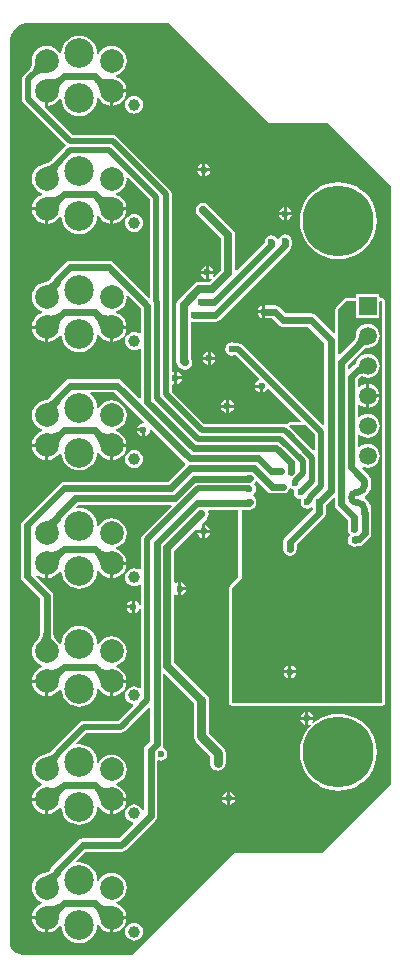
<source format=gtl>
G04*
G04 #@! TF.GenerationSoftware,Altium Limited,Altium Designer,20.0.12 (288)*
G04*
G04 Layer_Physical_Order=1*
G04 Layer_Color=255*
%FSLAX44Y44*%
%MOMM*%
G71*
G01*
G75*
%ADD18C,0.6000*%
%ADD19C,0.5000*%
%ADD20C,0.7000*%
%ADD21C,0.8000*%
%ADD22R,1.5000X1.5000*%
%ADD23C,1.5000*%
%ADD24C,2.0000*%
%ADD25C,1.0000*%
%ADD26C,2.5000*%
%ADD27C,0.6000*%
%ADD28C,6.0000*%
G36*
X20072Y792391D02*
X138505D01*
X222448Y708448D01*
X223619Y707665D01*
X225000Y707391D01*
X273505D01*
X326391Y654505D01*
X326391Y147495D01*
X268505Y89609D01*
X195000D01*
X193619Y89335D01*
X192448Y88552D01*
X107505Y3609D01*
X15000D01*
X14879Y3585D01*
X12041Y3959D01*
X9285Y5101D01*
X6917Y6917D01*
X5101Y9285D01*
X3959Y12041D01*
X3585Y14878D01*
X3609Y15000D01*
X3609Y775929D01*
X3595Y776002D01*
X3904Y779145D01*
X4842Y782237D01*
X6366Y785087D01*
X8416Y787585D01*
X10913Y789635D01*
X13763Y791158D01*
X16856Y792096D01*
X19998Y792405D01*
X20072Y792391D01*
D02*
G37*
%LPC*%
G36*
X62500Y781813D02*
X59552Y781522D01*
X56717Y780662D01*
X54104Y779266D01*
X51814Y777386D01*
X49934Y775096D01*
X48538Y772483D01*
X47678Y769648D01*
X47387Y766700D01*
X47403Y766545D01*
X46157Y766233D01*
X45954Y766724D01*
X43944Y769344D01*
X41324Y771354D01*
X38274Y772617D01*
X35000Y773048D01*
X31726Y772617D01*
X28676Y771354D01*
X26056Y769344D01*
X24046Y766724D01*
X22783Y763674D01*
X22352Y760400D01*
X22406Y759987D01*
X22395Y759177D01*
X22327Y758162D01*
X22211Y757228D01*
X22048Y756379D01*
X21843Y755614D01*
X21600Y754930D01*
X21323Y754324D01*
X21015Y753791D01*
X20733Y753401D01*
X15566Y748234D01*
X14452Y746566D01*
X14061Y744600D01*
Y728455D01*
X14452Y726489D01*
X15566Y724822D01*
X50651Y689737D01*
X51266Y688670D01*
X50667Y688014D01*
X40566Y677914D01*
X39452Y676247D01*
X39436Y676162D01*
X39073Y675799D01*
X38754Y675554D01*
X38222Y675203D01*
X36737Y674401D01*
X35946Y674043D01*
X32709Y672859D01*
X32050Y672660D01*
X31726Y672617D01*
X28676Y671354D01*
X26056Y669344D01*
X24046Y666724D01*
X22783Y663674D01*
X22352Y660400D01*
X22783Y657126D01*
X24046Y654076D01*
X26056Y651456D01*
X28676Y649446D01*
X31233Y648387D01*
Y647013D01*
X28676Y645954D01*
X26056Y643944D01*
X24046Y641324D01*
X22783Y638274D01*
X22519Y636270D01*
X35000D01*
Y635000D01*
X36270D01*
Y622519D01*
X38274Y622783D01*
X41324Y624046D01*
X43944Y626056D01*
X45954Y628676D01*
X46157Y629167D01*
X47403Y628855D01*
X47387Y628700D01*
X47678Y625752D01*
X48538Y622917D01*
X49934Y620304D01*
X51814Y618014D01*
X54104Y616134D01*
X56717Y614738D01*
X59552Y613878D01*
X62500Y613587D01*
X65448Y613878D01*
X68283Y614738D01*
X70896Y616134D01*
X73186Y618014D01*
X75066Y620304D01*
X76462Y622917D01*
X77322Y625752D01*
X77613Y628700D01*
X77597Y628855D01*
X78843Y629167D01*
X79046Y628676D01*
X81056Y626056D01*
X83676Y624046D01*
X86726Y622783D01*
X88730Y622519D01*
Y635000D01*
X90000D01*
Y636270D01*
X102481D01*
X102217Y638274D01*
X100954Y641324D01*
X98944Y643944D01*
X96324Y645954D01*
X93767Y647013D01*
Y648387D01*
X96324Y649446D01*
X98944Y651456D01*
X100954Y654076D01*
X102217Y657126D01*
X102648Y660400D01*
X102538Y661239D01*
X103677Y661801D01*
X122861Y642616D01*
Y560238D01*
X121688Y559752D01*
X91946Y589494D01*
X90113Y590718D01*
X87952Y591148D01*
X87952Y591148D01*
X54713D01*
X54713Y591148D01*
X52551Y590718D01*
X50719Y589494D01*
X50719Y589494D01*
X39706Y578481D01*
X38482Y576649D01*
X38235Y575412D01*
X38227Y575403D01*
X37974Y575187D01*
X37354Y574711D01*
X36734Y574290D01*
X36116Y573923D01*
X35497Y573609D01*
X34878Y573344D01*
X34257Y573127D01*
X33632Y572956D01*
X32909Y572814D01*
X32817Y572776D01*
X32718Y572768D01*
X32663Y572741D01*
X31726Y572617D01*
X28676Y571354D01*
X26056Y569344D01*
X24046Y566724D01*
X22783Y563674D01*
X22352Y560400D01*
X22783Y557126D01*
X24046Y554076D01*
X26056Y551456D01*
X28676Y549446D01*
X31233Y548387D01*
Y547013D01*
X28676Y545954D01*
X26056Y543944D01*
X24046Y541324D01*
X22783Y538274D01*
X22519Y536270D01*
X35000D01*
Y535000D01*
X36270D01*
Y522519D01*
X38274Y522783D01*
X41324Y524046D01*
X43944Y526056D01*
X45954Y528676D01*
X46157Y529167D01*
X47403Y528855D01*
X47387Y528700D01*
X47678Y525752D01*
X48538Y522917D01*
X49934Y520304D01*
X51814Y518014D01*
X54104Y516134D01*
X56717Y514738D01*
X59552Y513878D01*
X62500Y513587D01*
X65448Y513878D01*
X68283Y514738D01*
X70896Y516134D01*
X73186Y518014D01*
X75066Y520304D01*
X76462Y522917D01*
X77322Y525752D01*
X77613Y528700D01*
X77597Y528855D01*
X78843Y529167D01*
X79046Y528676D01*
X81056Y526056D01*
X83676Y524046D01*
X86726Y522783D01*
X88730Y522519D01*
Y535000D01*
X90000D01*
Y536270D01*
X102481D01*
X102217Y538274D01*
X100954Y541324D01*
X98944Y543944D01*
X96324Y545954D01*
X93767Y547013D01*
Y548387D01*
X96324Y549446D01*
X98944Y551456D01*
X100954Y554076D01*
X102217Y557126D01*
X102648Y560400D01*
X102540Y561223D01*
X103679Y561785D01*
X114651Y550812D01*
Y529968D01*
X113382Y529342D01*
X112802Y529786D01*
X110968Y530546D01*
X109000Y530805D01*
X107032Y530546D01*
X105197Y529786D01*
X103622Y528578D01*
X102414Y527002D01*
X101654Y525168D01*
X101395Y523200D01*
X101654Y521232D01*
X102414Y519398D01*
X103622Y517822D01*
X105197Y516614D01*
X107032Y515854D01*
X109000Y515595D01*
X110968Y515854D01*
X112802Y516614D01*
X113382Y517058D01*
X114651Y516432D01*
Y474996D01*
X113478Y474510D01*
X98494Y489494D01*
X96662Y490718D01*
X94500Y491148D01*
X94500Y491148D01*
X54713D01*
X54713Y491148D01*
X52551Y490718D01*
X50719Y489494D01*
X50719Y489494D01*
X39706Y478481D01*
X38482Y476649D01*
X38235Y475412D01*
X38227Y475403D01*
X37974Y475187D01*
X37354Y474711D01*
X36734Y474290D01*
X36116Y473923D01*
X35497Y473609D01*
X34878Y473344D01*
X34257Y473127D01*
X33632Y472956D01*
X32909Y472814D01*
X32817Y472776D01*
X32718Y472768D01*
X32663Y472741D01*
X31726Y472617D01*
X28676Y471354D01*
X26056Y469344D01*
X24046Y466724D01*
X22783Y463674D01*
X22352Y460400D01*
X22783Y457126D01*
X24046Y454076D01*
X26056Y451456D01*
X28676Y449446D01*
X31233Y448387D01*
Y447013D01*
X28676Y445954D01*
X26056Y443944D01*
X24046Y441324D01*
X22783Y438274D01*
X22519Y436270D01*
X35000D01*
Y435000D01*
X36270D01*
Y422519D01*
X38274Y422783D01*
X41324Y424046D01*
X43944Y426056D01*
X45954Y428676D01*
X46157Y429167D01*
X47403Y428855D01*
X47387Y428700D01*
X47678Y425752D01*
X48538Y422917D01*
X49934Y420304D01*
X51814Y418014D01*
X54104Y416134D01*
X56717Y414738D01*
X59552Y413878D01*
X62500Y413587D01*
X65448Y413878D01*
X68283Y414738D01*
X70896Y416134D01*
X73186Y418014D01*
X75066Y420304D01*
X76462Y422917D01*
X77322Y425752D01*
X77613Y428700D01*
X77597Y428855D01*
X78843Y429167D01*
X79046Y428676D01*
X81056Y426056D01*
X83676Y424046D01*
X86726Y422783D01*
X88730Y422519D01*
Y435000D01*
X90000D01*
Y436270D01*
X102481D01*
X102217Y438274D01*
X100954Y441324D01*
X98944Y443944D01*
X96324Y445954D01*
X93767Y447013D01*
Y448387D01*
X96324Y449446D01*
X98944Y451456D01*
X100954Y454076D01*
X102217Y457126D01*
X102648Y460400D01*
X102217Y463674D01*
X100954Y466724D01*
X98944Y469344D01*
X96324Y471354D01*
X93274Y472617D01*
X90000Y473048D01*
X86726Y472617D01*
X83676Y471354D01*
X81056Y469344D01*
X79046Y466724D01*
X78843Y466233D01*
X77597Y466545D01*
X77613Y466700D01*
X77322Y469648D01*
X76462Y472483D01*
X75066Y475096D01*
X73186Y477386D01*
X71730Y478581D01*
X72185Y479851D01*
X92160D01*
X117208Y454803D01*
X116639Y453577D01*
X114838Y453218D01*
X113006Y451994D01*
X111781Y450162D01*
X111604Y449270D01*
X117000D01*
Y448000D01*
X118270D01*
Y442604D01*
X119162Y442781D01*
X120994Y444006D01*
X122219Y445838D01*
X122577Y447639D01*
X123803Y448208D01*
X151813Y420199D01*
X151993Y418970D01*
X151905Y418496D01*
X137598Y404188D01*
X50089D01*
X50088Y404188D01*
X47927Y403759D01*
X46094Y402534D01*
X14706Y371146D01*
X13482Y369313D01*
X13052Y367152D01*
X13052Y367151D01*
Y323820D01*
X13052Y323820D01*
X13482Y321658D01*
X14706Y319826D01*
X29351Y305180D01*
Y275088D01*
X29290Y274638D01*
X29142Y273998D01*
X28933Y273358D01*
X28659Y272715D01*
X28317Y272065D01*
X27901Y271407D01*
X27409Y270742D01*
X26838Y270069D01*
X26377Y269590D01*
X26056Y269344D01*
X24046Y266724D01*
X22783Y263674D01*
X22352Y260400D01*
X22783Y257126D01*
X24046Y254076D01*
X26056Y251456D01*
X28676Y249446D01*
X31233Y248387D01*
Y247013D01*
X28676Y245954D01*
X26056Y243944D01*
X24046Y241324D01*
X22783Y238274D01*
X22519Y236270D01*
X35000D01*
Y235000D01*
X36270D01*
Y222519D01*
X38274Y222783D01*
X41324Y224046D01*
X43944Y226056D01*
X45954Y228676D01*
X46157Y229167D01*
X47403Y228855D01*
X47387Y228700D01*
X47678Y225752D01*
X48538Y222917D01*
X49934Y220304D01*
X51814Y218014D01*
X54104Y216134D01*
X56717Y214738D01*
X59552Y213878D01*
X62500Y213587D01*
X65448Y213878D01*
X68283Y214738D01*
X70896Y216134D01*
X73186Y218014D01*
X75066Y220304D01*
X76462Y222917D01*
X77322Y225752D01*
X77613Y228700D01*
X77597Y228855D01*
X78843Y229167D01*
X79046Y228676D01*
X81056Y226056D01*
X83676Y224046D01*
X86726Y222783D01*
X88730Y222519D01*
Y235000D01*
X90000D01*
Y236270D01*
X102481D01*
X102217Y238274D01*
X100954Y241324D01*
X98944Y243944D01*
X96324Y245954D01*
X93767Y247013D01*
Y248387D01*
X96324Y249446D01*
X98944Y251456D01*
X100954Y254076D01*
X102217Y257126D01*
X102648Y260400D01*
X102217Y263674D01*
X100954Y266724D01*
X98944Y269344D01*
X96324Y271354D01*
X93274Y272617D01*
X90000Y273048D01*
X86726Y272617D01*
X83676Y271354D01*
X81056Y269344D01*
X79046Y266724D01*
X78843Y266233D01*
X77597Y266545D01*
X77613Y266700D01*
X77322Y269648D01*
X76462Y272483D01*
X75066Y275096D01*
X73186Y277386D01*
X70896Y279266D01*
X68283Y280662D01*
X65448Y281522D01*
X62500Y281813D01*
X59552Y281522D01*
X56717Y280662D01*
X54104Y279266D01*
X51814Y277386D01*
X49934Y275096D01*
X48538Y272483D01*
X47678Y269648D01*
X47387Y266700D01*
X47403Y266545D01*
X46157Y266233D01*
X45954Y266724D01*
X43944Y269344D01*
X43623Y269590D01*
X43162Y270069D01*
X42591Y270741D01*
X42099Y271407D01*
X41684Y272065D01*
X41341Y272715D01*
X41067Y273358D01*
X40858Y273998D01*
X40710Y274638D01*
X40648Y275088D01*
Y307520D01*
X40649Y307520D01*
X40219Y309682D01*
X38994Y311514D01*
X38994Y311514D01*
X26041Y324468D01*
X26880Y325424D01*
X28676Y324046D01*
X31726Y322783D01*
X33730Y322519D01*
Y335000D01*
X36270D01*
Y322519D01*
X38274Y322783D01*
X41324Y324046D01*
X43944Y326056D01*
X45954Y328676D01*
X46157Y329167D01*
X47403Y328855D01*
X47387Y328700D01*
X47678Y325752D01*
X48538Y322917D01*
X49934Y320304D01*
X51814Y318014D01*
X54104Y316134D01*
X56717Y314738D01*
X59552Y313878D01*
X62500Y313587D01*
X65448Y313878D01*
X68283Y314738D01*
X70896Y316134D01*
X73186Y318014D01*
X75066Y320304D01*
X76462Y322917D01*
X77322Y325752D01*
X77613Y328700D01*
X77597Y328855D01*
X78843Y329167D01*
X79046Y328676D01*
X81056Y326056D01*
X83676Y324046D01*
X86726Y322783D01*
X88730Y322519D01*
Y335000D01*
X90000D01*
Y336270D01*
X102481D01*
X102217Y338274D01*
X100954Y341324D01*
X98944Y343944D01*
X96324Y345954D01*
X93767Y347013D01*
Y348387D01*
X96324Y349446D01*
X98944Y351456D01*
X100954Y354076D01*
X102217Y357126D01*
X102648Y360400D01*
X102217Y363674D01*
X100954Y366724D01*
X98944Y369344D01*
X96324Y371354D01*
X93274Y372617D01*
X90000Y373048D01*
X86726Y372617D01*
X83676Y371354D01*
X81056Y369344D01*
X79046Y366724D01*
X78843Y366233D01*
X77597Y366545D01*
X77613Y366700D01*
X77322Y369648D01*
X76462Y372483D01*
X75066Y375096D01*
X73186Y377386D01*
X70896Y379266D01*
X68283Y380662D01*
X65448Y381522D01*
X62500Y381813D01*
X60625Y381628D01*
X60048Y382847D01*
X61553Y384352D01*
X140270D01*
X140756Y383178D01*
X116366Y358788D01*
X115252Y357121D01*
X114861Y355155D01*
Y329807D01*
X113591Y329181D01*
X112802Y329786D01*
X110968Y330546D01*
X109000Y330805D01*
X107032Y330546D01*
X105197Y329786D01*
X103622Y328578D01*
X102414Y327002D01*
X101654Y325168D01*
X101395Y323200D01*
X101654Y321232D01*
X102414Y319398D01*
X103622Y317822D01*
X105197Y316614D01*
X107032Y315854D01*
X109000Y315595D01*
X110968Y315854D01*
X112802Y316614D01*
X113591Y317219D01*
X114861Y316593D01*
Y299670D01*
X113591Y299545D01*
X113469Y300162D01*
X112244Y301994D01*
X110412Y303218D01*
X109520Y303396D01*
Y298000D01*
Y292604D01*
X110412Y292781D01*
X112244Y294006D01*
X113469Y295838D01*
X113591Y296455D01*
X114861Y296330D01*
Y229807D01*
X113591Y229181D01*
X112802Y229786D01*
X110968Y230546D01*
X109000Y230805D01*
X107032Y230546D01*
X105197Y229786D01*
X103622Y228578D01*
X102414Y227003D01*
X101654Y225168D01*
X101395Y223200D01*
X101654Y221232D01*
X102414Y219398D01*
X103622Y217822D01*
X105197Y216614D01*
X107032Y215854D01*
X107767Y215757D01*
X108223Y214416D01*
X95448Y201642D01*
X66423D01*
X64457Y201251D01*
X62790Y200137D01*
X40566Y177914D01*
X39452Y176247D01*
X39436Y176162D01*
X39073Y175799D01*
X38754Y175554D01*
X38222Y175203D01*
X36737Y174401D01*
X35946Y174043D01*
X32709Y172859D01*
X32050Y172660D01*
X31726Y172617D01*
X28676Y171354D01*
X26056Y169344D01*
X24046Y166724D01*
X22783Y163674D01*
X22352Y160400D01*
X22783Y157126D01*
X24046Y154076D01*
X26056Y151456D01*
X28676Y149446D01*
X31233Y148387D01*
Y147013D01*
X28676Y145954D01*
X26056Y143944D01*
X24046Y141324D01*
X22783Y138274D01*
X22519Y136270D01*
X35000D01*
Y135000D01*
X36270D01*
Y122519D01*
X38274Y122783D01*
X41324Y124046D01*
X43944Y126056D01*
X45954Y128676D01*
X46157Y129167D01*
X47403Y128855D01*
X47387Y128700D01*
X47678Y125752D01*
X48538Y122917D01*
X49934Y120304D01*
X51814Y118014D01*
X54104Y116134D01*
X56717Y114738D01*
X59552Y113878D01*
X62500Y113587D01*
X65448Y113878D01*
X68283Y114738D01*
X70896Y116134D01*
X73186Y118014D01*
X75066Y120304D01*
X76462Y122917D01*
X77322Y125752D01*
X77613Y128700D01*
X77597Y128855D01*
X78843Y129167D01*
X79046Y128676D01*
X81056Y126056D01*
X83676Y124046D01*
X86726Y122783D01*
X88730Y122519D01*
Y135000D01*
X90000D01*
Y136270D01*
X102481D01*
X102217Y138274D01*
X100954Y141324D01*
X98944Y143944D01*
X96324Y145954D01*
X93767Y147013D01*
Y148387D01*
X96324Y149446D01*
X98944Y151456D01*
X100954Y154076D01*
X102217Y157126D01*
X102648Y160400D01*
X102217Y163674D01*
X100954Y166724D01*
X98944Y169344D01*
X96324Y171354D01*
X93274Y172617D01*
X90000Y173048D01*
X86726Y172617D01*
X83676Y171354D01*
X81056Y169344D01*
X79046Y166724D01*
X78843Y166233D01*
X77597Y166545D01*
X77613Y166700D01*
X77322Y169648D01*
X76462Y172483D01*
X75066Y175096D01*
X73186Y177386D01*
X70896Y179266D01*
X68283Y180662D01*
X65448Y181522D01*
X62500Y181813D01*
X60610Y181627D01*
X60033Y182846D01*
X68552Y191365D01*
X97577D01*
X99543Y191756D01*
X101210Y192870D01*
X121218Y212877D01*
X122391Y212391D01*
Y184457D01*
X118966Y181031D01*
X117741Y179199D01*
X117311Y177037D01*
X117311Y177037D01*
Y126156D01*
X116041Y125903D01*
X115586Y127002D01*
X114378Y128578D01*
X112802Y129786D01*
X110968Y130546D01*
X109000Y130805D01*
X107032Y130546D01*
X105197Y129786D01*
X103622Y128578D01*
X102414Y127002D01*
X101654Y125168D01*
X101395Y123200D01*
X101654Y121232D01*
X102414Y119397D01*
X103622Y117822D01*
X105197Y116614D01*
X107032Y115854D01*
X107755Y115759D01*
X108210Y114418D01*
X95944Y102152D01*
X65716D01*
X63555Y101722D01*
X61722Y100497D01*
X61722Y100497D01*
X39706Y78481D01*
X38482Y76649D01*
X38235Y75412D01*
X38227Y75403D01*
X37974Y75187D01*
X37354Y74710D01*
X36734Y74290D01*
X36116Y73923D01*
X35497Y73608D01*
X34878Y73344D01*
X34257Y73127D01*
X33632Y72956D01*
X32909Y72814D01*
X32817Y72776D01*
X32718Y72768D01*
X32663Y72741D01*
X31726Y72617D01*
X28676Y71354D01*
X26056Y69344D01*
X24046Y66724D01*
X22783Y63674D01*
X22352Y60400D01*
X22783Y57126D01*
X24046Y54076D01*
X26056Y51456D01*
X28676Y49446D01*
X31233Y48387D01*
Y47013D01*
X28676Y45954D01*
X26056Y43944D01*
X24046Y41324D01*
X22783Y38274D01*
X22519Y36270D01*
X35000D01*
Y35000D01*
X36270D01*
Y22519D01*
X38274Y22783D01*
X41324Y24046D01*
X43944Y26056D01*
X45954Y28676D01*
X46157Y29167D01*
X47403Y28855D01*
X47387Y28700D01*
X47678Y25752D01*
X48538Y22917D01*
X49934Y20304D01*
X51814Y18014D01*
X54104Y16134D01*
X56717Y14738D01*
X59552Y13878D01*
X62500Y13587D01*
X65448Y13878D01*
X68283Y14738D01*
X70896Y16134D01*
X73186Y18014D01*
X75066Y20304D01*
X76462Y22917D01*
X77322Y25752D01*
X77613Y28700D01*
X77597Y28855D01*
X78843Y29167D01*
X79046Y28676D01*
X81056Y26056D01*
X83676Y24046D01*
X86726Y22783D01*
X88730Y22519D01*
Y35000D01*
X90000D01*
Y36270D01*
X102481D01*
X102217Y38274D01*
X100954Y41324D01*
X98944Y43944D01*
X96324Y45954D01*
X93767Y47013D01*
Y48387D01*
X96324Y49446D01*
X98944Y51456D01*
X100954Y54076D01*
X102217Y57126D01*
X102648Y60400D01*
X102217Y63674D01*
X100954Y66724D01*
X98944Y69344D01*
X96324Y71354D01*
X93274Y72617D01*
X90000Y73048D01*
X86726Y72617D01*
X83676Y71354D01*
X81056Y69344D01*
X79046Y66724D01*
X78843Y66233D01*
X77597Y66545D01*
X77613Y66700D01*
X77322Y69648D01*
X76462Y72483D01*
X75066Y75096D01*
X73186Y77386D01*
X70896Y79266D01*
X68283Y80662D01*
X65448Y81522D01*
X62500Y81813D01*
X60625Y81628D01*
X60048Y82847D01*
X68056Y90855D01*
X98284D01*
X98284Y90855D01*
X100445Y91285D01*
X102278Y92509D01*
X126954Y117185D01*
X126954Y117185D01*
X128179Y119018D01*
X128609Y121179D01*
X128609Y121180D01*
Y167358D01*
X129879Y168174D01*
X131500Y167852D01*
X133662Y168281D01*
X135494Y169506D01*
X136719Y171338D01*
X137149Y173500D01*
X136719Y175662D01*
X135494Y177494D01*
X133867Y178581D01*
X133517Y179164D01*
X133258Y179956D01*
X133688Y182117D01*
Y240943D01*
X134862Y241429D01*
X159403Y216887D01*
Y188700D01*
X159628Y186993D01*
X160287Y185402D01*
X161336Y184036D01*
X173404Y171968D01*
Y166000D01*
X173628Y164293D01*
X174287Y162702D01*
X175336Y161336D01*
X176702Y160287D01*
X178293Y159628D01*
X180000Y159404D01*
X181707Y159628D01*
X183298Y160287D01*
X184664Y161336D01*
X185713Y162702D01*
X186372Y164293D01*
X186596Y166000D01*
Y174700D01*
X186372Y176407D01*
X185713Y177998D01*
X184664Y179364D01*
X172596Y191432D01*
Y219000D01*
X172372Y220707D01*
X171713Y222298D01*
X170664Y223664D01*
X169298Y224713D01*
X168783Y224926D01*
X143238Y250471D01*
Y308211D01*
X144508Y308889D01*
X145358Y308321D01*
X146250Y308144D01*
Y313540D01*
Y318936D01*
X145358Y318759D01*
X144508Y318190D01*
X143238Y318869D01*
Y345529D01*
X161391Y363682D01*
X162162Y363270D01*
X166730D01*
Y367838D01*
X166318Y368609D01*
X170355Y372645D01*
X171689Y374643D01*
X172158Y377000D01*
X171736Y379121D01*
X172409Y380392D01*
X197410D01*
Y323073D01*
X189919Y315581D01*
X189357Y314741D01*
X189160Y313750D01*
Y217000D01*
X189357Y216009D01*
X189919Y215169D01*
X190759Y214607D01*
X191750Y214410D01*
X319000Y214410D01*
X319991Y214607D01*
X320831Y215169D01*
X321393Y216009D01*
X321590Y217000D01*
X321590Y557000D01*
X321393Y557991D01*
X320831Y558831D01*
X319991Y559392D01*
X319000Y559589D01*
X317688Y559590D01*
X317688Y559590D01*
X316790Y560586D01*
Y562990D01*
X296710D01*
Y560488D01*
X295812Y559590D01*
X289000Y559590D01*
X288009Y559393D01*
X287169Y558831D01*
X280168Y551831D01*
X279607Y550990D01*
X279410Y550000D01*
X279410Y530237D01*
X278237Y529751D01*
X262994Y544994D01*
X261162Y546218D01*
X259000Y546648D01*
X259000Y546648D01*
X237340D01*
X231994Y551994D01*
X230162Y553219D01*
X228000Y553648D01*
X228000Y553648D01*
X220270D01*
Y548000D01*
Y542351D01*
X225660D01*
X231006Y537006D01*
X231006Y537006D01*
X232838Y535781D01*
X235000Y535351D01*
X235000Y535351D01*
X256660D01*
X270101Y521910D01*
Y452196D01*
X268928Y451709D01*
X200920Y519717D01*
X199253Y520831D01*
X197286Y521222D01*
X194542D01*
X194137Y521494D01*
X191975Y521923D01*
X189813Y521494D01*
X187981Y520269D01*
X186756Y518437D01*
X186327Y516275D01*
X186756Y514113D01*
X187981Y512281D01*
X189813Y511057D01*
X191975Y510626D01*
X193576Y510945D01*
X195158D01*
X214713Y491390D01*
X214389Y489918D01*
X213006Y488994D01*
X211781Y487162D01*
X211604Y486270D01*
X217000D01*
Y485000D01*
X218270D01*
Y479604D01*
X219162Y479781D01*
X220994Y481006D01*
X221918Y482389D01*
X223390Y482713D01*
X250340Y455763D01*
X249854Y454590D01*
X241095D01*
X240104Y454393D01*
X239264Y453831D01*
X239074Y453546D01*
X238296Y452929D01*
X237542Y452814D01*
X236063Y453108D01*
X168270D01*
X141099Y480279D01*
Y485864D01*
X142369Y486676D01*
X142730Y486604D01*
Y492000D01*
Y497396D01*
X142369Y497324D01*
X141099Y498135D01*
Y647448D01*
X140708Y649414D01*
X139594Y651081D01*
X94501Y696174D01*
X92834Y697288D01*
X90868Y697679D01*
X57244D01*
X33600Y721323D01*
X33730Y721588D01*
Y735000D01*
X36270D01*
Y722519D01*
X38274Y722783D01*
X41324Y724046D01*
X43944Y726056D01*
X45954Y728676D01*
X46157Y729167D01*
X47403Y728855D01*
X47387Y728700D01*
X47678Y725752D01*
X48538Y722917D01*
X49934Y720304D01*
X51814Y718014D01*
X54104Y716134D01*
X56717Y714738D01*
X59552Y713878D01*
X62500Y713587D01*
X65448Y713878D01*
X68283Y714738D01*
X70896Y716134D01*
X73186Y718014D01*
X75066Y720304D01*
X76462Y722917D01*
X77322Y725752D01*
X77613Y728700D01*
X77597Y728855D01*
X78843Y729167D01*
X79046Y728676D01*
X81056Y726056D01*
X83676Y724046D01*
X86726Y722783D01*
X88730Y722519D01*
Y735000D01*
X90000D01*
Y736270D01*
X102481D01*
X102217Y738274D01*
X100954Y741324D01*
X98944Y743944D01*
X96324Y745954D01*
X93767Y747013D01*
Y748387D01*
X96324Y749446D01*
X98944Y751456D01*
X100954Y754076D01*
X102217Y757126D01*
X102648Y760400D01*
X102217Y763674D01*
X100954Y766724D01*
X98944Y769344D01*
X96324Y771354D01*
X93274Y772617D01*
X90000Y773048D01*
X86726Y772617D01*
X83676Y771354D01*
X81056Y769344D01*
X79046Y766724D01*
X78843Y766233D01*
X77597Y766545D01*
X77613Y766700D01*
X77322Y769648D01*
X76462Y772483D01*
X75066Y775096D01*
X73186Y777386D01*
X70896Y779266D01*
X68283Y780662D01*
X65448Y781522D01*
X62500Y781813D01*
D02*
G37*
G36*
X102481Y733730D02*
X91270D01*
Y722519D01*
X93274Y722783D01*
X96324Y724046D01*
X98944Y726056D01*
X100954Y728676D01*
X102217Y731726D01*
X102481Y733730D01*
D02*
G37*
G36*
X109000Y730805D02*
X107032Y730546D01*
X105197Y729786D01*
X103622Y728578D01*
X102414Y727002D01*
X101654Y725168D01*
X101395Y723200D01*
X101654Y721232D01*
X102414Y719397D01*
X103622Y717822D01*
X105197Y716614D01*
X107032Y715854D01*
X109000Y715595D01*
X110968Y715854D01*
X112802Y716614D01*
X114378Y717822D01*
X115586Y719397D01*
X116346Y721232D01*
X116605Y723200D01*
X116346Y725168D01*
X115586Y727002D01*
X114378Y728578D01*
X112802Y729786D01*
X110968Y730546D01*
X109000Y730805D01*
D02*
G37*
G36*
X169270Y673396D02*
Y669270D01*
X173396D01*
X173219Y670162D01*
X171994Y671994D01*
X170162Y673219D01*
X169270Y673396D01*
D02*
G37*
G36*
X166730D02*
X165838Y673219D01*
X164006Y671994D01*
X162781Y670162D01*
X162604Y669270D01*
X166730D01*
Y673396D01*
D02*
G37*
G36*
X173396Y666730D02*
X169270D01*
Y662604D01*
X170162Y662782D01*
X171994Y664006D01*
X173219Y665838D01*
X173396Y666730D01*
D02*
G37*
G36*
X166730D02*
X162604D01*
X162781Y665838D01*
X164006Y664006D01*
X165838Y662782D01*
X166730Y662604D01*
Y666730D01*
D02*
G37*
G36*
X238270Y636396D02*
Y632270D01*
X242396D01*
X242219Y633162D01*
X240994Y634994D01*
X239162Y636219D01*
X238270Y636396D01*
D02*
G37*
G36*
X235730D02*
X234838Y636219D01*
X233006Y634994D01*
X231782Y633162D01*
X231604Y632270D01*
X235730D01*
Y636396D01*
D02*
G37*
G36*
X242396Y629730D02*
X238270D01*
Y625604D01*
X239162Y625782D01*
X240994Y627006D01*
X242219Y628838D01*
X242396Y629730D01*
D02*
G37*
G36*
X235730D02*
X231604D01*
X231782Y628838D01*
X233006Y627006D01*
X234838Y625782D01*
X235730Y625604D01*
Y629730D01*
D02*
G37*
G36*
X102481Y633730D02*
X91270D01*
Y622519D01*
X93274Y622783D01*
X96324Y624046D01*
X98944Y626056D01*
X100954Y628676D01*
X102217Y631726D01*
X102481Y633730D01*
D02*
G37*
G36*
X33730Y633730D02*
X22519D01*
X22783Y631726D01*
X24046Y628676D01*
X26056Y626056D01*
X28676Y624046D01*
X31726Y622783D01*
X33730Y622519D01*
Y633730D01*
D02*
G37*
G36*
X109000Y630805D02*
X107032Y630546D01*
X105197Y629786D01*
X103622Y628578D01*
X102414Y627002D01*
X101654Y625168D01*
X101395Y623200D01*
X101654Y621232D01*
X102414Y619398D01*
X103622Y617822D01*
X105197Y616614D01*
X107032Y615854D01*
X109000Y615595D01*
X110968Y615854D01*
X112802Y616614D01*
X114378Y617822D01*
X115586Y619398D01*
X116346Y621232D01*
X116605Y623200D01*
X116346Y625168D01*
X115586Y627002D01*
X114378Y628578D01*
X112802Y629786D01*
X110968Y630546D01*
X109000Y630805D01*
D02*
G37*
G36*
X282000Y657641D02*
X276894Y657239D01*
X271914Y656043D01*
X267181Y654083D01*
X262814Y651407D01*
X258920Y648080D01*
X255593Y644186D01*
X252917Y639818D01*
X250957Y635087D01*
X249761Y630106D01*
X249359Y625000D01*
X249761Y619894D01*
X250957Y614913D01*
X252917Y610182D01*
X255593Y605814D01*
X258920Y601920D01*
X262814Y598593D01*
X267181Y595917D01*
X271914Y593957D01*
X276894Y592761D01*
X282000Y592359D01*
X287106Y592761D01*
X292087Y593957D01*
X296819Y595917D01*
X301186Y598593D01*
X305080Y601920D01*
X308407Y605814D01*
X311083Y610182D01*
X313043Y614913D01*
X314239Y619894D01*
X314641Y625000D01*
X314239Y630106D01*
X313043Y635087D01*
X311083Y639818D01*
X308407Y644186D01*
X305080Y648080D01*
X301186Y651407D01*
X296819Y654083D01*
X292087Y656043D01*
X287106Y657239D01*
X282000Y657641D01*
D02*
G37*
G36*
X172310Y586706D02*
Y582580D01*
X176436D01*
X176259Y583472D01*
X175034Y585304D01*
X173202Y586529D01*
X172310Y586706D01*
D02*
G37*
G36*
X169770D02*
X168878Y586529D01*
X167046Y585304D01*
X165821Y583472D01*
X165644Y582580D01*
X169770D01*
Y586706D01*
D02*
G37*
G36*
X167500Y640158D02*
X165143Y639689D01*
X163145Y638355D01*
X161810Y636357D01*
X161342Y634000D01*
X161810Y631643D01*
X163145Y629645D01*
X182342Y610449D01*
Y583051D01*
X176471Y577180D01*
X175484Y577989D01*
X176259Y579148D01*
X176436Y580040D01*
X172310D01*
Y575914D01*
X173202Y576091D01*
X174361Y576866D01*
X175170Y575879D01*
X172571Y573281D01*
X164338D01*
X161981Y572812D01*
X159983Y571477D01*
X146605Y558099D01*
X145270Y556101D01*
X144802Y553745D01*
Y506040D01*
X145270Y503683D01*
X146605Y501685D01*
X147645Y500645D01*
X149643Y499310D01*
X152000Y498842D01*
X154357Y499310D01*
X156355Y500645D01*
X157690Y502643D01*
X158158Y505000D01*
X157690Y507357D01*
X157118Y508212D01*
Y538851D01*
X158388Y539672D01*
X160000Y539351D01*
X177862D01*
X177862Y539351D01*
X180023Y539781D01*
X181856Y541006D01*
X240994Y600144D01*
X240994Y600144D01*
X242218Y601977D01*
X242649Y604138D01*
X242649Y604138D01*
Y608000D01*
X242218Y610162D01*
X240994Y611994D01*
X239162Y613218D01*
X237000Y613648D01*
X234838Y613218D01*
X233006Y611994D01*
X231781Y610162D01*
X231684Y609674D01*
X231000Y609509D01*
X230363Y609540D01*
X229244Y611214D01*
X227412Y612439D01*
X225250Y612869D01*
X223088Y612439D01*
X221256Y611214D01*
X220031Y609382D01*
X219601Y607220D01*
Y606805D01*
X195832Y583035D01*
X194658Y583521D01*
Y613000D01*
X194189Y615357D01*
X192855Y617355D01*
X171855Y638354D01*
X171855Y638355D01*
X169857Y639689D01*
X167500Y640158D01*
D02*
G37*
G36*
X169770Y580040D02*
X165644D01*
X165821Y579148D01*
X167046Y577316D01*
X168878Y576091D01*
X169770Y575914D01*
Y580040D01*
D02*
G37*
G36*
X217730Y553396D02*
X216838Y553219D01*
X215006Y551994D01*
X213781Y550162D01*
X213604Y549270D01*
X217730D01*
Y553396D01*
D02*
G37*
G36*
Y546730D02*
X213604D01*
X213781Y545838D01*
X215006Y544006D01*
X216838Y542781D01*
X217730Y542604D01*
Y546730D01*
D02*
G37*
G36*
X102481Y533730D02*
X91270D01*
Y522519D01*
X93274Y522783D01*
X96324Y524046D01*
X98944Y526056D01*
X100954Y528676D01*
X102217Y531726D01*
X102481Y533730D01*
D02*
G37*
G36*
X33730Y533730D02*
X22519D01*
X22783Y531726D01*
X24046Y528676D01*
X26056Y526056D01*
X28676Y524046D01*
X31726Y522783D01*
X33730Y522519D01*
Y533730D01*
D02*
G37*
G36*
X173745Y513921D02*
Y509795D01*
X177871D01*
X177694Y510687D01*
X176469Y512519D01*
X174637Y513744D01*
X173745Y513921D01*
D02*
G37*
G36*
X171205D02*
X170313Y513744D01*
X168481Y512519D01*
X167256Y510687D01*
X167079Y509795D01*
X171205D01*
Y513921D01*
D02*
G37*
G36*
X177871Y507255D02*
X173745D01*
Y503129D01*
X174637Y503307D01*
X176469Y504531D01*
X177694Y506363D01*
X177871Y507255D01*
D02*
G37*
G36*
X171205D02*
X167079D01*
X167256Y506363D01*
X168481Y504531D01*
X170313Y503307D01*
X171205Y503129D01*
Y507255D01*
D02*
G37*
G36*
X145270Y497396D02*
Y493270D01*
X149396D01*
X149219Y494162D01*
X147994Y495994D01*
X146162Y497219D01*
X145270Y497396D01*
D02*
G37*
G36*
X149396Y490730D02*
X145270D01*
Y486604D01*
X146162Y486781D01*
X147994Y488006D01*
X149219Y489838D01*
X149396Y490730D01*
D02*
G37*
G36*
X215730Y483730D02*
X211604D01*
X211781Y482838D01*
X213006Y481006D01*
X214838Y479781D01*
X215730Y479604D01*
Y483730D01*
D02*
G37*
G36*
X189270Y473396D02*
Y469270D01*
X193396D01*
X193218Y470162D01*
X191994Y471994D01*
X190162Y473218D01*
X189270Y473396D01*
D02*
G37*
G36*
X186730D02*
X185838Y473218D01*
X184006Y471994D01*
X182781Y470162D01*
X182604Y469270D01*
X186730D01*
Y473396D01*
D02*
G37*
G36*
X193396Y466730D02*
X189270D01*
Y462604D01*
X190162Y462781D01*
X191994Y464006D01*
X193218Y465838D01*
X193396Y466730D01*
D02*
G37*
G36*
X186730D02*
X182604D01*
X182781Y465838D01*
X184006Y464006D01*
X185838Y462781D01*
X186730Y462604D01*
Y466730D01*
D02*
G37*
G36*
X115730Y446730D02*
X111604D01*
X111781Y445838D01*
X113006Y444006D01*
X114838Y442781D01*
X115730Y442604D01*
Y446730D01*
D02*
G37*
G36*
X102481Y433730D02*
X91270D01*
Y422519D01*
X93274Y422783D01*
X96324Y424046D01*
X98944Y426056D01*
X100954Y428676D01*
X102217Y431726D01*
X102481Y433730D01*
D02*
G37*
G36*
X33730Y433730D02*
X22519D01*
X22783Y431726D01*
X24046Y428676D01*
X26056Y426056D01*
X28676Y424046D01*
X31726Y422783D01*
X33730Y422519D01*
Y433730D01*
D02*
G37*
G36*
X109000Y430805D02*
X107032Y430546D01*
X105197Y429786D01*
X103622Y428578D01*
X102414Y427002D01*
X101654Y425168D01*
X101395Y423200D01*
X101654Y421232D01*
X102414Y419398D01*
X103622Y417822D01*
X105197Y416614D01*
X107032Y415854D01*
X109000Y415595D01*
X110968Y415854D01*
X112802Y416614D01*
X114378Y417822D01*
X115586Y419398D01*
X116346Y421232D01*
X116605Y423200D01*
X116346Y425168D01*
X115586Y427002D01*
X114378Y428578D01*
X112802Y429786D01*
X110968Y430546D01*
X109000Y430805D01*
D02*
G37*
G36*
X169270Y367396D02*
Y363270D01*
X173396D01*
X173219Y364162D01*
X171994Y365994D01*
X170162Y367219D01*
X169270Y367396D01*
D02*
G37*
G36*
X173396Y360730D02*
X169270D01*
Y356604D01*
X170162Y356782D01*
X171994Y358006D01*
X173219Y359838D01*
X173396Y360730D01*
D02*
G37*
G36*
X166730D02*
X162604D01*
X162781Y359838D01*
X164006Y358006D01*
X165838Y356782D01*
X166730Y356604D01*
Y360730D01*
D02*
G37*
G36*
X102481Y333730D02*
X91270D01*
Y322519D01*
X93274Y322783D01*
X96324Y324046D01*
X98944Y326056D01*
X100954Y328676D01*
X102217Y331726D01*
X102481Y333730D01*
D02*
G37*
G36*
X148790Y318936D02*
Y314810D01*
X152916D01*
X152739Y315702D01*
X151514Y317534D01*
X149682Y318759D01*
X148790Y318936D01*
D02*
G37*
G36*
X152916Y312270D02*
X148790D01*
Y308144D01*
X149682Y308321D01*
X151514Y309546D01*
X152739Y311378D01*
X152916Y312270D01*
D02*
G37*
G36*
X106980Y303396D02*
X106088Y303218D01*
X104256Y301994D01*
X103031Y300162D01*
X102854Y299270D01*
X106980D01*
Y303396D01*
D02*
G37*
G36*
Y296730D02*
X102854D01*
X103031Y295838D01*
X104256Y294006D01*
X106088Y292781D01*
X106980Y292604D01*
Y296730D01*
D02*
G37*
G36*
X102481Y233730D02*
X91270D01*
Y222519D01*
X93274Y222783D01*
X96324Y224046D01*
X98944Y226056D01*
X100954Y228676D01*
X102217Y231726D01*
X102481Y233730D01*
D02*
G37*
G36*
X33730Y233730D02*
X22519D01*
X22783Y231726D01*
X24046Y228676D01*
X26056Y226056D01*
X28676Y224046D01*
X31726Y222783D01*
X33730Y222519D01*
Y233730D01*
D02*
G37*
G36*
X256546Y209132D02*
Y205006D01*
X260672D01*
X260494Y205898D01*
X259270Y207730D01*
X257437Y208954D01*
X256546Y209132D01*
D02*
G37*
G36*
X254006D02*
X253114Y208954D01*
X251282Y207730D01*
X250057Y205898D01*
X249880Y205006D01*
X254006D01*
Y209132D01*
D02*
G37*
G36*
X282000Y207641D02*
X276894Y207239D01*
X271914Y206043D01*
X267181Y204083D01*
X262814Y201407D01*
X260708Y199608D01*
X259749Y200459D01*
X260494Y201574D01*
X260672Y202466D01*
X256546D01*
Y198340D01*
X257437Y198517D01*
X257869Y198805D01*
X258720Y197847D01*
X255593Y194186D01*
X252917Y189818D01*
X250957Y185086D01*
X249761Y180106D01*
X249359Y175000D01*
X249761Y169894D01*
X250957Y164914D01*
X252917Y160182D01*
X255593Y155814D01*
X258920Y151920D01*
X262814Y148593D01*
X267181Y145917D01*
X271914Y143957D01*
X276894Y142761D01*
X282000Y142359D01*
X287106Y142761D01*
X292087Y143957D01*
X296819Y145917D01*
X301186Y148593D01*
X305080Y151920D01*
X308407Y155814D01*
X311083Y160182D01*
X313043Y164914D01*
X314239Y169894D01*
X314641Y175000D01*
X314239Y180106D01*
X313043Y185086D01*
X311083Y189818D01*
X308407Y194186D01*
X305080Y198080D01*
X301186Y201407D01*
X296819Y204083D01*
X292087Y206043D01*
X287106Y207239D01*
X282000Y207641D01*
D02*
G37*
G36*
X254006Y202466D02*
X249880D01*
X250057Y201574D01*
X251282Y199742D01*
X253114Y198517D01*
X254006Y198340D01*
Y202466D01*
D02*
G37*
G36*
X190270Y141396D02*
Y137270D01*
X194396D01*
X194219Y138162D01*
X192994Y139994D01*
X191162Y141219D01*
X190270Y141396D01*
D02*
G37*
G36*
X187730D02*
X186838Y141219D01*
X185006Y139994D01*
X183781Y138162D01*
X183604Y137270D01*
X187730D01*
Y141396D01*
D02*
G37*
G36*
X194396Y134730D02*
X190270D01*
Y130604D01*
X191162Y130781D01*
X192994Y132006D01*
X194219Y133838D01*
X194396Y134730D01*
D02*
G37*
G36*
X187730D02*
X183604D01*
X183781Y133838D01*
X185006Y132006D01*
X186838Y130781D01*
X187730Y130604D01*
Y134730D01*
D02*
G37*
G36*
X102481Y133730D02*
X91270D01*
Y122519D01*
X93274Y122783D01*
X96324Y124046D01*
X98944Y126056D01*
X100954Y128676D01*
X102217Y131726D01*
X102481Y133730D01*
D02*
G37*
G36*
X33730Y133730D02*
X22519D01*
X22783Y131726D01*
X24046Y128676D01*
X26056Y126056D01*
X28676Y124046D01*
X31726Y122783D01*
X33730Y122519D01*
Y133730D01*
D02*
G37*
G36*
X102481Y33730D02*
X91270D01*
Y22519D01*
X93274Y22783D01*
X96324Y24046D01*
X98944Y26056D01*
X100954Y28676D01*
X102217Y31726D01*
X102481Y33730D01*
D02*
G37*
G36*
X33730Y33730D02*
X22519D01*
X22783Y31726D01*
X24046Y28676D01*
X26056Y26056D01*
X28676Y24046D01*
X31726Y22783D01*
X33730Y22519D01*
Y33730D01*
D02*
G37*
G36*
X109000Y30805D02*
X107032Y30546D01*
X105197Y29786D01*
X103622Y28578D01*
X102414Y27002D01*
X101654Y25168D01*
X101395Y23200D01*
X101654Y21232D01*
X102414Y19397D01*
X103622Y17822D01*
X105197Y16614D01*
X107032Y15854D01*
X109000Y15595D01*
X110968Y15854D01*
X112802Y16614D01*
X114378Y17822D01*
X115586Y19397D01*
X116346Y21232D01*
X116605Y23200D01*
X116346Y25168D01*
X115586Y27002D01*
X114378Y28578D01*
X112802Y29786D01*
X110968Y30546D01*
X109000Y30805D01*
D02*
G37*
%LPD*%
G36*
X34900Y750400D02*
X33674Y750383D01*
X31424Y750170D01*
X30400Y749974D01*
X29444Y749718D01*
X28556Y749402D01*
X27735Y749027D01*
X26982Y748592D01*
X26297Y748097D01*
X25679Y747543D01*
X22143Y751079D01*
X22697Y751696D01*
X23192Y752382D01*
X23627Y753135D01*
X24002Y753956D01*
X24318Y754844D01*
X24574Y755800D01*
X24770Y756824D01*
X24906Y757915D01*
X24983Y759074D01*
X25001Y760300D01*
X34900Y750400D01*
D02*
G37*
G36*
X48675Y742563D02*
X48090Y741927D01*
X47552Y741238D01*
X47060Y740494D01*
X46615Y739697D01*
X46216Y738845D01*
X45865Y737939D01*
X45560Y736980D01*
X45301Y735966D01*
X45090Y734899D01*
X44925Y733777D01*
X36421Y744899D01*
X37468Y744786D01*
X38474Y744753D01*
X39438Y744802D01*
X40360Y744931D01*
X41242Y745141D01*
X42082Y745431D01*
X42880Y745802D01*
X43637Y746254D01*
X44353Y746787D01*
X45027Y747400D01*
X48675Y742563D01*
D02*
G37*
G36*
X80647Y746787D02*
X81363Y746254D01*
X82120Y745802D01*
X82918Y745431D01*
X83758Y745141D01*
X84640Y744931D01*
X85562Y744802D01*
X86526Y744753D01*
X87532Y744786D01*
X88579Y744899D01*
X80075Y733777D01*
X79910Y734899D01*
X79440Y736980D01*
X79135Y737939D01*
X78784Y738845D01*
X78385Y739697D01*
X77940Y740494D01*
X77448Y741238D01*
X76910Y741927D01*
X76325Y742563D01*
X79973Y747400D01*
X80647Y746787D01*
D02*
G37*
G36*
X45968Y671891D02*
X45395Y671248D01*
X44918Y670558D01*
X44537Y669821D01*
X44252Y669038D01*
X44062Y668209D01*
X43969Y667333D01*
X43970Y666411D01*
X44068Y665442D01*
X44261Y664427D01*
X44550Y663366D01*
X32226Y670007D01*
X33529Y670401D01*
X36926Y671644D01*
X37887Y672079D01*
X39553Y672979D01*
X40258Y673444D01*
X40877Y673919D01*
X41410Y674405D01*
X45968Y671891D01*
D02*
G37*
G36*
X48675Y642563D02*
X48090Y641927D01*
X47552Y641238D01*
X47060Y640494D01*
X46615Y639697D01*
X46216Y638845D01*
X45865Y637939D01*
X45560Y636980D01*
X45301Y635966D01*
X45090Y634898D01*
X44925Y633777D01*
X36421Y644899D01*
X37468Y644786D01*
X38474Y644753D01*
X39438Y644802D01*
X40360Y644931D01*
X41242Y645141D01*
X42082Y645431D01*
X42880Y645802D01*
X43637Y646254D01*
X44353Y646787D01*
X45027Y647400D01*
X48675Y642563D01*
D02*
G37*
G36*
X80647Y646787D02*
X81363Y646254D01*
X82120Y645802D01*
X82918Y645431D01*
X83758Y645141D01*
X84640Y644931D01*
X85562Y644802D01*
X86526Y644753D01*
X87532Y644786D01*
X88579Y644899D01*
X80075Y633777D01*
X79910Y634898D01*
X79440Y636980D01*
X79135Y637939D01*
X78784Y638845D01*
X78385Y639697D01*
X77940Y640494D01*
X77448Y641238D01*
X76910Y641927D01*
X76325Y642563D01*
X79973Y647400D01*
X80647Y646787D01*
D02*
G37*
G36*
X45821Y570767D02*
X45265Y570160D01*
X44798Y569540D01*
X44420Y568908D01*
X44131Y568263D01*
X43932Y567607D01*
X43822Y566937D01*
X43802Y566255D01*
X43871Y565561D01*
X44029Y564855D01*
X44276Y564136D01*
X33411Y570273D01*
X34224Y570434D01*
X35025Y570652D01*
X35816Y570928D01*
X36596Y571262D01*
X37365Y571653D01*
X38123Y572103D01*
X38870Y572610D01*
X39607Y573175D01*
X40332Y573798D01*
X41047Y574478D01*
X45821Y570767D01*
D02*
G37*
G36*
X48675Y542563D02*
X48090Y541927D01*
X47552Y541238D01*
X47060Y540494D01*
X46615Y539697D01*
X46216Y538845D01*
X45865Y537939D01*
X45560Y536980D01*
X45301Y535966D01*
X45090Y534898D01*
X44925Y533777D01*
X36421Y544898D01*
X37468Y544785D01*
X38474Y544753D01*
X39438Y544802D01*
X40360Y544931D01*
X41242Y545141D01*
X42082Y545431D01*
X42880Y545802D01*
X43637Y546254D01*
X44353Y546787D01*
X45027Y547400D01*
X48675Y542563D01*
D02*
G37*
G36*
X80647Y546787D02*
X81363Y546254D01*
X82120Y545802D01*
X82918Y545431D01*
X83758Y545141D01*
X84640Y544931D01*
X85562Y544802D01*
X86526Y544753D01*
X87532Y544785D01*
X88579Y544898D01*
X80075Y533777D01*
X79910Y534898D01*
X79440Y536980D01*
X79135Y537939D01*
X78784Y538845D01*
X78385Y539697D01*
X77940Y540494D01*
X77448Y541238D01*
X76910Y541927D01*
X76325Y542563D01*
X79973Y547400D01*
X80647Y546787D01*
D02*
G37*
G36*
X296710Y557000D02*
Y542910D01*
X316790D01*
Y556102D01*
X317688Y557000D01*
X319000Y557000D01*
X319000Y217000D01*
X191750Y217000D01*
Y313750D01*
X200000Y322000D01*
Y380392D01*
X206290D01*
X206290Y380391D01*
X208452Y380821D01*
X210284Y382046D01*
X210994Y382756D01*
X210994Y382756D01*
X212218Y384588D01*
X212649Y386750D01*
X212218Y388912D01*
X210994Y390744D01*
X209546Y391711D01*
X209427Y392952D01*
X209484Y393164D01*
X210744Y394006D01*
X211968Y395838D01*
X212398Y398000D01*
X211968Y400162D01*
X210744Y401994D01*
X211097Y403286D01*
X211675Y404150D01*
X213150Y404471D01*
X221865Y395756D01*
X223698Y394531D01*
X225859Y394101D01*
X225859Y394101D01*
X235000D01*
X237161Y394531D01*
X238994Y395756D01*
X240218Y397588D01*
X240293Y397961D01*
X241703Y398540D01*
X242838Y397781D01*
X243673Y397615D01*
X244578Y396141D01*
X244351Y394999D01*
X244781Y392838D01*
X246005Y391005D01*
X247838Y389781D01*
X249283Y389493D01*
X250039Y389110D01*
X250205Y388114D01*
X249940Y386781D01*
X250370Y384620D01*
X251594Y382787D01*
X253427Y381563D01*
X255588Y381133D01*
X257750Y381563D01*
X258885Y382321D01*
X260166Y381650D01*
X260189Y380177D01*
X237006Y356994D01*
X235781Y355162D01*
X235351Y353000D01*
X235352Y353000D01*
Y347000D01*
X235781Y344838D01*
X237006Y343006D01*
X238838Y341781D01*
X241000Y341352D01*
X243162Y341781D01*
X244994Y343006D01*
X246219Y344838D01*
X246649Y347000D01*
Y350660D01*
X269869Y373881D01*
X269895Y373919D01*
X269932Y373945D01*
X270506Y374834D01*
X271094Y375713D01*
X271103Y375758D01*
X271127Y375797D01*
X271317Y376836D01*
X271523Y377875D01*
X271515Y377920D01*
X271523Y377965D01*
X271424Y384158D01*
X277588Y390321D01*
X278762Y389835D01*
Y385167D01*
X278761Y385167D01*
X279191Y383005D01*
X280416Y381172D01*
X289861Y371727D01*
Y363760D01*
X290291Y361598D01*
X291516Y359766D01*
X291663Y358582D01*
X290438Y356750D01*
X290008Y354588D01*
X290438Y352426D01*
X291663Y350594D01*
X293495Y349370D01*
X295657Y348940D01*
X297818Y349370D01*
X298120Y349571D01*
X299047D01*
X299047Y349571D01*
X301209Y350001D01*
X303041Y351226D01*
X308144Y356328D01*
X308144Y356328D01*
X309368Y358161D01*
X309798Y360322D01*
Y377520D01*
X309755Y377736D01*
Y380477D01*
X309729Y380610D01*
X309350Y383489D01*
X308187Y386297D01*
X306337Y388707D01*
X304722Y389947D01*
Y391547D01*
X306337Y392786D01*
X308187Y395197D01*
X309350Y398004D01*
X309729Y400884D01*
X309755Y401017D01*
Y405065D01*
X309325Y407227D01*
X308101Y409059D01*
X308101Y409059D01*
X301613Y415547D01*
X301658Y415817D01*
X303076Y416605D01*
X304129Y416168D01*
X306750Y415823D01*
X309371Y416168D01*
X311813Y417180D01*
X313911Y418789D01*
X315520Y420887D01*
X316532Y423329D01*
X316877Y425950D01*
X316532Y428571D01*
X315520Y431013D01*
X313911Y433111D01*
X311813Y434720D01*
X309371Y435732D01*
X306750Y436077D01*
X304129Y435732D01*
X301687Y434720D01*
X299869Y433325D01*
X298598Y433741D01*
Y443559D01*
X299869Y443975D01*
X301687Y442580D01*
X304129Y441568D01*
X306750Y441223D01*
X309371Y441568D01*
X311813Y442580D01*
X313911Y444189D01*
X315520Y446287D01*
X316532Y448729D01*
X316877Y451350D01*
X316532Y453971D01*
X315520Y456413D01*
X313911Y458511D01*
X311813Y460120D01*
X309371Y461132D01*
X306750Y461477D01*
X304129Y461132D01*
X301687Y460120D01*
X299869Y458725D01*
X298598Y459141D01*
Y468959D01*
X299869Y469375D01*
X301687Y467980D01*
X304129Y466968D01*
X305480Y466791D01*
Y476750D01*
Y486710D01*
X304129Y486532D01*
X301687Y485520D01*
X299869Y484125D01*
X298598Y484541D01*
Y490610D01*
X301166Y493178D01*
X301848Y493313D01*
X304129Y492368D01*
X306750Y492023D01*
X309371Y492368D01*
X311813Y493380D01*
X313911Y494989D01*
X315520Y497087D01*
X316532Y499529D01*
X316877Y502150D01*
X316532Y504771D01*
X315520Y507213D01*
X313911Y509311D01*
X311813Y510920D01*
X309371Y511932D01*
X306750Y512277D01*
X304129Y511932D01*
X301687Y510920D01*
X299589Y509311D01*
X297980Y507213D01*
X296968Y504771D01*
X296874Y504052D01*
X296621Y504001D01*
X294789Y502777D01*
X294788Y502777D01*
X291232Y499220D01*
X290058Y499706D01*
Y502870D01*
X303414Y516226D01*
X303507Y516303D01*
X303918Y516597D01*
X304319Y516842D01*
X304712Y517041D01*
X305098Y517198D01*
X305480Y517315D01*
X305862Y517397D01*
X306251Y517445D01*
X306518Y517454D01*
X306750Y517423D01*
X309371Y517768D01*
X311813Y518780D01*
X313911Y520389D01*
X315520Y522487D01*
X316532Y524929D01*
X316877Y527550D01*
X316532Y530171D01*
X315520Y532613D01*
X313911Y534711D01*
X311813Y536320D01*
X309371Y537332D01*
X306750Y537677D01*
X304129Y537332D01*
X301687Y536320D01*
X299589Y534711D01*
X297980Y532613D01*
X296968Y530171D01*
X296623Y527550D01*
X296654Y527318D01*
X296645Y527051D01*
X296597Y526662D01*
X296515Y526280D01*
X296397Y525898D01*
X296241Y525512D01*
X296042Y525119D01*
X295797Y524718D01*
X295503Y524307D01*
X295426Y524215D01*
X283173Y511962D01*
X282000Y512448D01*
X282000Y550000D01*
X289000Y557000D01*
X296710Y557000D01*
D02*
G37*
G36*
X306675Y520050D02*
X306049Y520029D01*
X305433Y519954D01*
X304826Y519824D01*
X304227Y519639D01*
X303638Y519400D01*
X303058Y519106D01*
X302487Y518758D01*
X301925Y518355D01*
X301373Y517898D01*
X300829Y517386D01*
X296586Y521629D01*
X297098Y522172D01*
X297555Y522725D01*
X297958Y523287D01*
X298306Y523858D01*
X298600Y524438D01*
X298839Y525027D01*
X299024Y525626D01*
X299154Y526233D01*
X299229Y526849D01*
X299250Y527475D01*
X306675Y520050D01*
D02*
G37*
G36*
X45821Y470767D02*
X45265Y470160D01*
X44798Y469540D01*
X44420Y468908D01*
X44131Y468263D01*
X43932Y467607D01*
X43822Y466937D01*
X43802Y466255D01*
X43871Y465561D01*
X44029Y464855D01*
X44276Y464136D01*
X33411Y470273D01*
X34224Y470434D01*
X35025Y470652D01*
X35816Y470928D01*
X36596Y471262D01*
X37365Y471653D01*
X38123Y472103D01*
X38870Y472610D01*
X39607Y473175D01*
X40332Y473798D01*
X41047Y474478D01*
X45821Y470767D01*
D02*
G37*
G36*
X48675Y442563D02*
X48090Y441927D01*
X47552Y441238D01*
X47060Y440494D01*
X46615Y439697D01*
X46216Y438845D01*
X45865Y437939D01*
X45560Y436980D01*
X45301Y435966D01*
X45090Y434898D01*
X44925Y433777D01*
X36421Y444898D01*
X37468Y444785D01*
X38474Y444753D01*
X39438Y444802D01*
X40360Y444931D01*
X41242Y445141D01*
X42082Y445431D01*
X42880Y445802D01*
X43637Y446254D01*
X44353Y446787D01*
X45027Y447400D01*
X48675Y442563D01*
D02*
G37*
G36*
X80647Y446787D02*
X81363Y446254D01*
X82120Y445802D01*
X82918Y445431D01*
X83758Y445141D01*
X84640Y444931D01*
X85562Y444802D01*
X86526Y444753D01*
X87532Y444785D01*
X88579Y444898D01*
X80075Y433777D01*
X79910Y434898D01*
X79440Y436980D01*
X79135Y437939D01*
X78784Y438845D01*
X78385Y439697D01*
X77940Y440494D01*
X77448Y441238D01*
X76910Y441927D01*
X76325Y442563D01*
X79973Y447400D01*
X80647Y446787D01*
D02*
G37*
G36*
X254103Y452000D02*
X261981Y444122D01*
Y430978D01*
X260807Y430492D01*
X260634Y430665D01*
X260634Y430666D01*
X242666Y448634D01*
X242666Y448634D01*
X240569Y450730D01*
X241095Y452000D01*
X254103D01*
D02*
G37*
G36*
X45821Y370767D02*
X45265Y370160D01*
X44798Y369540D01*
X44420Y368908D01*
X44131Y368263D01*
X43932Y367607D01*
X43822Y366937D01*
X43802Y366255D01*
X43871Y365561D01*
X44029Y364855D01*
X44276Y364136D01*
X33411Y370273D01*
X34224Y370434D01*
X35025Y370652D01*
X35816Y370928D01*
X36596Y371262D01*
X37365Y371653D01*
X38123Y372103D01*
X38870Y372610D01*
X39607Y373175D01*
X40332Y373798D01*
X41047Y374478D01*
X45821Y370767D01*
D02*
G37*
G36*
X48675Y342563D02*
X48090Y341927D01*
X47552Y341238D01*
X47060Y340494D01*
X46615Y339697D01*
X46216Y338845D01*
X45865Y337939D01*
X45560Y336980D01*
X45301Y335966D01*
X45090Y334898D01*
X44925Y333777D01*
X36421Y344898D01*
X37468Y344785D01*
X38474Y344753D01*
X39438Y344802D01*
X40360Y344931D01*
X41242Y345141D01*
X42082Y345431D01*
X42880Y345802D01*
X43637Y346254D01*
X44353Y346787D01*
X45027Y347400D01*
X48675Y342563D01*
D02*
G37*
G36*
X80647Y346787D02*
X81363Y346254D01*
X82120Y345802D01*
X82918Y345431D01*
X83758Y345141D01*
X84640Y344931D01*
X85562Y344802D01*
X86526Y344753D01*
X87532Y344785D01*
X88579Y344898D01*
X80075Y333777D01*
X79910Y334898D01*
X79440Y336980D01*
X79135Y337939D01*
X78784Y338845D01*
X78385Y339697D01*
X77940Y340494D01*
X77448Y341238D01*
X76910Y341927D01*
X76325Y342563D01*
X79973Y347400D01*
X80647Y346787D01*
D02*
G37*
G36*
X38040Y275049D02*
X38160Y274171D01*
X38360Y273303D01*
X38640Y272447D01*
X39000Y271601D01*
X39440Y270767D01*
X39960Y269944D01*
X40560Y269132D01*
X41240Y268331D01*
X42000Y267541D01*
X28000D01*
X28760Y268331D01*
X29440Y269132D01*
X30040Y269944D01*
X30560Y270767D01*
X31000Y271601D01*
X31360Y272447D01*
X31640Y273303D01*
X31840Y274171D01*
X31960Y275049D01*
X32000Y275939D01*
X38000D01*
X38040Y275049D01*
D02*
G37*
G36*
X48675Y242563D02*
X48090Y241927D01*
X47552Y241238D01*
X47060Y240494D01*
X46615Y239697D01*
X46216Y238845D01*
X45865Y237939D01*
X45560Y236980D01*
X45301Y235966D01*
X45090Y234898D01*
X44925Y233777D01*
X36421Y244898D01*
X37468Y244785D01*
X38474Y244753D01*
X39438Y244802D01*
X40360Y244931D01*
X41242Y245141D01*
X42082Y245431D01*
X42880Y245802D01*
X43637Y246254D01*
X44353Y246787D01*
X45027Y247400D01*
X48675Y242563D01*
D02*
G37*
G36*
X80647Y246787D02*
X81363Y246254D01*
X82120Y245802D01*
X82918Y245431D01*
X83758Y245141D01*
X84640Y244931D01*
X85562Y244802D01*
X86526Y244753D01*
X87532Y244785D01*
X88579Y244898D01*
X80075Y233777D01*
X79910Y234898D01*
X79440Y236980D01*
X79135Y237939D01*
X78784Y238845D01*
X78385Y239697D01*
X77940Y240494D01*
X77448Y241238D01*
X76910Y241927D01*
X76325Y242563D01*
X79973Y247400D01*
X80647Y246787D01*
D02*
G37*
G36*
X45968Y171891D02*
X45395Y171248D01*
X44918Y170558D01*
X44537Y169821D01*
X44252Y169038D01*
X44062Y168209D01*
X43969Y167333D01*
X43970Y166411D01*
X44068Y165442D01*
X44261Y164427D01*
X44550Y163366D01*
X32226Y170007D01*
X33529Y170401D01*
X36926Y171644D01*
X37887Y172079D01*
X39553Y172978D01*
X40258Y173444D01*
X40877Y173919D01*
X41410Y174405D01*
X45968Y171891D01*
D02*
G37*
G36*
X48675Y142563D02*
X48090Y141927D01*
X47552Y141238D01*
X47060Y140494D01*
X46615Y139697D01*
X46216Y138845D01*
X45865Y137939D01*
X45560Y136980D01*
X45301Y135966D01*
X45090Y134899D01*
X44925Y133777D01*
X36421Y144899D01*
X37468Y144785D01*
X38474Y144753D01*
X39438Y144802D01*
X40360Y144931D01*
X41242Y145141D01*
X42082Y145431D01*
X42880Y145802D01*
X43637Y146254D01*
X44353Y146787D01*
X45027Y147400D01*
X48675Y142563D01*
D02*
G37*
G36*
X80647Y146787D02*
X81363Y146254D01*
X82120Y145802D01*
X82918Y145431D01*
X83758Y145141D01*
X84640Y144931D01*
X85562Y144802D01*
X86526Y144753D01*
X87532Y144785D01*
X88579Y144899D01*
X80075Y133777D01*
X79910Y134899D01*
X79440Y136980D01*
X79135Y137939D01*
X78784Y138845D01*
X78385Y139697D01*
X77940Y140494D01*
X77448Y141238D01*
X76910Y141927D01*
X76325Y142563D01*
X79973Y147400D01*
X80647Y146787D01*
D02*
G37*
G36*
X45821Y70767D02*
X45265Y70160D01*
X44798Y69540D01*
X44420Y68908D01*
X44131Y68263D01*
X43932Y67606D01*
X43822Y66937D01*
X43802Y66255D01*
X43871Y65561D01*
X44029Y64854D01*
X44276Y64135D01*
X33411Y70273D01*
X34224Y70434D01*
X35025Y70652D01*
X35816Y70928D01*
X36596Y71262D01*
X37365Y71653D01*
X38123Y72103D01*
X38870Y72610D01*
X39607Y73175D01*
X40332Y73798D01*
X41047Y74478D01*
X45821Y70767D01*
D02*
G37*
G36*
X48675Y42563D02*
X48090Y41927D01*
X47552Y41238D01*
X47060Y40494D01*
X46615Y39697D01*
X46216Y38845D01*
X45865Y37939D01*
X45560Y36980D01*
X45301Y35966D01*
X45090Y34899D01*
X44925Y33777D01*
X36421Y44899D01*
X37468Y44785D01*
X38474Y44753D01*
X39438Y44802D01*
X40360Y44931D01*
X41242Y45141D01*
X42082Y45431D01*
X42880Y45802D01*
X43637Y46254D01*
X44353Y46787D01*
X45027Y47400D01*
X48675Y42563D01*
D02*
G37*
G36*
X80647Y46787D02*
X81363Y46254D01*
X82120Y45802D01*
X82918Y45431D01*
X83758Y45141D01*
X84640Y44931D01*
X85562Y44802D01*
X86526Y44753D01*
X87532Y44785D01*
X88579Y44899D01*
X80075Y33777D01*
X79910Y34899D01*
X79440Y36980D01*
X79135Y37939D01*
X78784Y38845D01*
X78385Y39697D01*
X77940Y40494D01*
X77448Y41238D01*
X76910Y41927D01*
X76325Y42563D01*
X79973Y47400D01*
X80647Y46787D01*
D02*
G37*
%LPC*%
G36*
X308020Y486709D02*
Y478020D01*
X316709D01*
X316532Y479371D01*
X315520Y481813D01*
X313911Y483911D01*
X311813Y485520D01*
X309371Y486532D01*
X308020Y486709D01*
D02*
G37*
G36*
X316709Y475480D02*
X308020D01*
Y466791D01*
X309371Y466968D01*
X311813Y467980D01*
X313911Y469589D01*
X315520Y471687D01*
X316532Y474129D01*
X316709Y475480D01*
D02*
G37*
G36*
X242270Y248396D02*
Y244270D01*
X246396D01*
X246219Y245162D01*
X244994Y246994D01*
X243162Y248219D01*
X242270Y248396D01*
D02*
G37*
G36*
X239730D02*
X238838Y248219D01*
X237006Y246994D01*
X235781Y245162D01*
X235604Y244270D01*
X239730D01*
Y248396D01*
D02*
G37*
G36*
X246396Y241730D02*
X242270D01*
Y237604D01*
X243162Y237781D01*
X244994Y239006D01*
X246219Y240838D01*
X246396Y241730D01*
D02*
G37*
G36*
X239730D02*
X235604D01*
X235781Y240838D01*
X237006Y239006D01*
X238838Y237781D01*
X239730Y237604D01*
Y241730D01*
D02*
G37*
%LPD*%
D18*
X298107Y395017D02*
G03*
X304107Y401017I0J6000D01*
G01*
Y380477D02*
G03*
X298107Y386477I-6000J0D01*
G01*
X297277Y395017D02*
G03*
X297277Y386477I0J-4270D01*
G01*
X98284Y96503D02*
X122960Y121179D01*
Y177037D01*
X128040Y182117D01*
Y351824D01*
X241540Y412181D02*
Y420459D01*
X159688Y432389D02*
X229609D01*
X120300Y471777D02*
Y553152D01*
Y471777D02*
X159688Y432389D01*
X87952Y585500D02*
X120300Y553152D01*
X229609Y432389D02*
X241540Y420459D01*
X304150Y360322D02*
Y377520D01*
X18700Y323820D02*
Y367152D01*
X35000Y260400D02*
Y307520D01*
X50088Y398540D02*
X139938D01*
X18700Y323820D02*
X35000Y307520D01*
X156707Y415309D02*
X210300D01*
X139938Y398540D02*
X156707Y415309D01*
X18700Y367152D02*
X50088Y398540D01*
X210300Y415309D02*
X225859Y399750D01*
X235000D01*
X65716Y96503D02*
X98284D01*
X43700Y74487D02*
X65716Y96503D01*
X284410Y385167D02*
Y505210D01*
X306750Y527550D01*
X143475Y390000D02*
X160015Y406540D01*
X43700Y374487D02*
X59213Y390000D01*
X143475D01*
X224686Y413000D02*
X233000D01*
X295657Y354588D02*
X296288Y355220D01*
X299047D01*
X304150Y360322D01*
X160015Y406540D02*
X206533D01*
X206762Y406769D01*
X128040Y351824D02*
X162255Y386040D01*
X206290D01*
X207000Y386750D01*
X295510Y363760D02*
Y374067D01*
X284410Y385167D02*
X295510Y374067D01*
X246000Y541000D02*
X259000D01*
X275750Y524250D01*
Y396471D02*
Y524250D01*
X265739Y386460D02*
X275750Y396471D01*
X213837Y423849D02*
X224686Y413000D01*
X156151Y423849D02*
X213837D01*
X94500Y485500D02*
X156151Y423849D01*
X54713Y485500D02*
X94500D01*
X43700Y474487D02*
X54713Y485500D01*
X43700Y472888D02*
Y474487D01*
X35000Y464188D02*
X43700Y472888D01*
X35000Y460400D02*
Y464188D01*
X43700Y372888D02*
Y374487D01*
X35000Y364188D02*
X43700Y372888D01*
X35000Y360400D02*
Y364188D01*
X43700Y72888D02*
Y74487D01*
X35000Y64188D02*
X43700Y72888D01*
X35000Y60400D02*
Y64188D01*
X241000Y353000D02*
X265875Y377875D01*
X54713Y585500D02*
X87952D01*
X43700Y574487D02*
X54713Y585500D01*
X43700Y572888D02*
Y574487D01*
X35000Y564188D02*
X43700Y572888D01*
X35000Y560400D02*
Y564188D01*
X292950Y471034D02*
Y492950D01*
X304315Y502150D02*
X306750D01*
X292950Y492950D02*
X298783Y498783D01*
X300947D02*
X304315Y502150D01*
X298783Y498783D02*
X300947D01*
X292950Y457066D02*
X292950Y457066D01*
Y431666D02*
Y445634D01*
X292950Y445634D02*
Y457066D01*
Y471034D02*
X292950Y471034D01*
X292950Y416222D02*
Y431666D01*
X296740Y412432D02*
X304107Y405065D01*
X292950Y457066D02*
Y471034D01*
X292950Y416222D02*
X296697Y412475D01*
X304107Y377477D02*
Y380477D01*
X292950Y445634D02*
X292950Y445634D01*
X296697Y412475D02*
X296783D01*
X297277Y386477D02*
X298107D01*
X292950Y431666D02*
X292950Y431666D01*
X297277Y395017D02*
X298107D01*
X304107Y401017D02*
Y405065D01*
X219000Y548000D02*
X228000D01*
X235000Y541000D01*
X237460D01*
X241000Y347000D02*
Y353000D01*
X88130Y35000D02*
X90000D01*
X75630Y47500D02*
X88130Y35000D01*
X49370Y47500D02*
X75630D01*
X36870Y35000D02*
X49370Y47500D01*
X35000Y35000D02*
X36870D01*
X49370Y747500D02*
X75630D01*
X36870Y735000D02*
X49370Y747500D01*
X88130Y735000D02*
X90000D01*
X75630Y747500D02*
X88130Y735000D01*
X35000D02*
X36870D01*
X49370Y647500D02*
X75630D01*
X36870Y635000D02*
X49370Y647500D01*
X88130Y635000D02*
X90000D01*
X75630Y647500D02*
X88130Y635000D01*
X35000D02*
X36870D01*
X35000Y535000D02*
X36870D01*
X49370Y547500D01*
X75630D01*
X88130Y535000D01*
X90000D01*
X35000Y435000D02*
X36870D01*
X49370Y447500D01*
X75630D01*
X88130Y435000D01*
X90000D01*
X35000Y335000D02*
X36870D01*
X49370Y347500D01*
X75630D01*
X88130Y335000D01*
X90000D01*
X35000Y235000D02*
X36870D01*
X49370Y247500D01*
X75630D01*
X88130Y235000D01*
X90000D01*
X35000Y135000D02*
X36870D01*
X49370Y147500D01*
X75630D01*
X88130Y135000D01*
X90000D01*
X160000Y545000D02*
X177862D01*
X237460Y541000D02*
X246000D01*
X265739Y386460D02*
X265875Y377875D01*
X237000Y604138D02*
Y608000D01*
X177862Y545000D02*
X237000Y604138D01*
X225250Y604465D02*
Y607220D01*
X176784Y556000D02*
X225250Y604465D01*
X166000Y556000D02*
X176784D01*
D19*
X163345Y398500D02*
X205979D01*
X44200Y174280D02*
X66423Y196503D01*
X97577D01*
X120000Y355155D02*
X163345Y398500D01*
X97577Y196503D02*
X120000Y218927D01*
Y355155D01*
X135960Y478151D02*
Y647448D01*
X257698Y391328D02*
X267119Y400749D01*
X257698Y389162D02*
Y391328D01*
X255588Y387052D02*
X257698Y389162D01*
X255588Y386781D02*
Y387052D01*
X205979Y398500D02*
X206479Y398000D01*
X206750D01*
X250000Y394999D02*
X259579Y404579D01*
Y424453D01*
X257000Y427032D02*
X259579Y424453D01*
X257000Y427032D02*
Y427032D01*
X239032Y445000D02*
X257000Y427032D01*
X239032Y445000D02*
X239032D01*
X236063Y447969D02*
X239032Y445000D01*
X166141Y447969D02*
X236063D01*
X135960Y478151D02*
X166141Y447969D01*
X128340Y475108D02*
Y556482D01*
Y475108D02*
X163018Y440429D01*
X232939D01*
X252039Y421329D01*
Y411310D02*
Y421329D01*
X245000Y404271D02*
X252039Y411310D01*
X245000Y403000D02*
Y404271D01*
X267119Y400749D02*
Y446251D01*
X197286Y516084D02*
X267119Y446251D01*
X192166Y516084D02*
X197286D01*
X191975Y516275D02*
X192166Y516084D01*
X128000Y556822D02*
X128340Y556482D01*
X128000Y556822D02*
Y644745D01*
X87745Y685000D02*
X128000Y644745D01*
X54920Y685000D02*
X87745D01*
X44200Y674280D02*
X54920Y685000D01*
X44200Y673659D02*
Y674280D01*
X35000Y664459D02*
X44200Y673659D01*
X35000Y660400D02*
Y664459D01*
X19200Y744600D02*
X35000Y760400D01*
X19200Y728455D02*
Y744600D01*
Y728455D02*
X55115Y692540D01*
X90868D01*
X135960Y647448D01*
X44200Y173659D02*
Y174280D01*
X35000Y164459D02*
X44200Y173659D01*
X35000Y160400D02*
Y164459D01*
D20*
X137080Y247920D02*
Y348080D01*
Y247920D02*
X166000Y219000D01*
X137080Y348080D02*
X166000Y377000D01*
X150960Y506040D02*
X152000Y505000D01*
X150960Y506040D02*
Y553745D01*
X164338Y567122D01*
X175122D02*
X188500Y580500D01*
X164338Y567122D02*
X175122D01*
X188500Y580500D02*
Y613000D01*
X167500Y634000D02*
Y634000D01*
Y634000D02*
X188500Y613000D01*
D21*
X166000Y188700D02*
Y219000D01*
Y188700D02*
X180000Y174700D01*
Y166000D02*
Y174700D01*
D22*
X306750Y552950D02*
D03*
D23*
Y527550D02*
D03*
Y502150D02*
D03*
Y476750D02*
D03*
Y451350D02*
D03*
Y425950D02*
D03*
D24*
X90000Y60400D02*
D03*
Y35000D02*
D03*
X35000D02*
D03*
Y60400D02*
D03*
X90000Y160400D02*
D03*
Y135000D02*
D03*
X35000D02*
D03*
Y160400D02*
D03*
X90000Y260400D02*
D03*
Y235000D02*
D03*
X35000D02*
D03*
Y260400D02*
D03*
X90000Y360400D02*
D03*
Y335000D02*
D03*
X35000D02*
D03*
Y360400D02*
D03*
X90000Y560400D02*
D03*
Y535000D02*
D03*
X35000D02*
D03*
Y560400D02*
D03*
X90000Y460400D02*
D03*
Y435000D02*
D03*
X35000D02*
D03*
Y460400D02*
D03*
X90000Y660400D02*
D03*
Y635000D02*
D03*
X35000D02*
D03*
Y660400D02*
D03*
Y760400D02*
D03*
Y735000D02*
D03*
X90000D02*
D03*
Y760400D02*
D03*
D25*
X109000Y23200D02*
D03*
Y123200D02*
D03*
Y223200D02*
D03*
Y323200D02*
D03*
Y523200D02*
D03*
Y423200D02*
D03*
Y623200D02*
D03*
Y723200D02*
D03*
D26*
X62500Y28700D02*
D03*
Y66700D02*
D03*
Y128700D02*
D03*
Y166700D02*
D03*
Y228700D02*
D03*
Y266700D02*
D03*
Y328700D02*
D03*
Y366700D02*
D03*
Y528700D02*
D03*
Y566700D02*
D03*
Y428700D02*
D03*
Y466700D02*
D03*
Y628700D02*
D03*
Y666700D02*
D03*
Y766700D02*
D03*
Y728700D02*
D03*
D27*
X131500Y173500D02*
D03*
X233000Y413000D02*
D03*
X255588Y386781D02*
D03*
X265739Y386460D02*
D03*
X295510Y363760D02*
D03*
X295657Y354588D02*
D03*
X241540Y412181D02*
D03*
X250000Y394999D02*
D03*
X245000Y403000D02*
D03*
X235000Y399750D02*
D03*
X108250Y298000D02*
D03*
X168000Y362000D02*
D03*
X217000Y485000D02*
D03*
X219000Y548000D02*
D03*
X206762Y406769D02*
D03*
X144000Y492000D02*
D03*
X206750Y398000D02*
D03*
X241000Y347000D02*
D03*
X246000Y541000D02*
D03*
X152000Y505000D02*
D03*
X237000Y631000D02*
D03*
X171040Y581310D02*
D03*
X147520Y313540D02*
D03*
X117000Y448000D02*
D03*
X168000Y668000D02*
D03*
X241000Y243000D02*
D03*
X255276Y203736D02*
D03*
X172475Y508525D02*
D03*
X207000Y386750D02*
D03*
X166000Y377000D02*
D03*
X188000Y468000D02*
D03*
X160000Y545000D02*
D03*
X191975Y516275D02*
D03*
X237000Y608000D02*
D03*
X166000Y556000D02*
D03*
Y219000D02*
D03*
X180000Y166000D02*
D03*
X189000Y136000D02*
D03*
X225250Y607220D02*
D03*
X188500Y580500D02*
D03*
X167500Y634000D02*
D03*
D28*
X282000Y175000D02*
D03*
Y625000D02*
D03*
M02*

</source>
